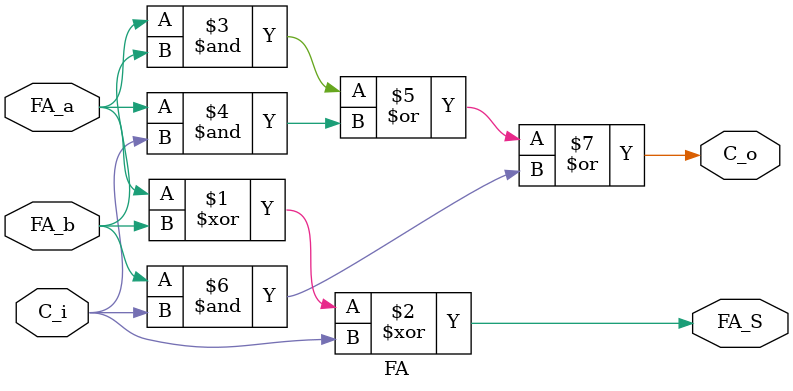
<source format=sv>
module FA(
    input logic FA_a, FA_b, C_i,
	 output logic FA_S, C_o
);
    assign FA_S= FA_a ^ FA_b ^ C_i;
	 assign C_o = (FA_a & FA_b) | (FA_a & C_i) | (FA_b & C_i);
endmodule


</source>
